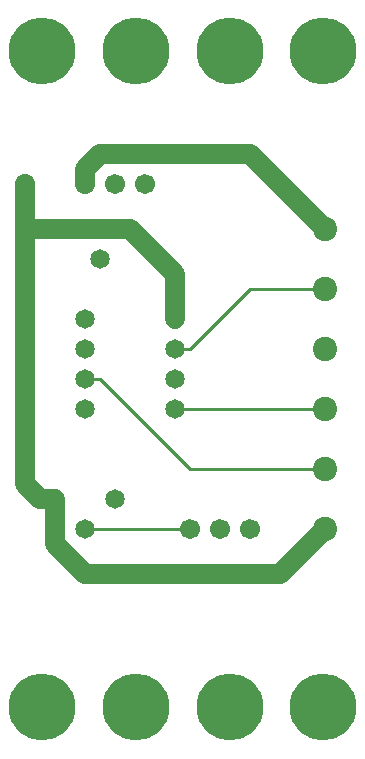
<source format=gbl>
%MOIN*%
%FSLAX25Y25*%
G04 D10 used for Character Trace; *
G04     Circle (OD=.01000) (No hole)*
G04 D11 used for Power Trace; *
G04     Circle (OD=.06700) (No hole)*
G04 D12 used for Signal Trace; *
G04     Circle (OD=.01100) (No hole)*
G04 D13 used for Via; *
G04     Circle (OD=.05800) (Round. Hole ID=.02800)*
G04 D14 used for Component hole; *
G04     Circle (OD=.06500) (Round. Hole ID=.03500)*
G04 D15 used for Component hole; *
G04     Circle (OD=.06700) (Round. Hole ID=.04300)*
G04 D16 used for Component hole; *
G04     Circle (OD=.08100) (Round. Hole ID=.05100)*
G04 D17 used for Component hole; *
G04     Circle (OD=.08900) (Round. Hole ID=.05900)*
G04 D18 used for Component hole; *
G04     Circle (OD=.11300) (Round. Hole ID=.08300)*
G04 D19 used for Component hole; *
G04     Circle (OD=.16000) (Round. Hole ID=.13000)*
G04 D20 used for Component hole; *
G04     Circle (OD=.18300) (Round. Hole ID=.15300)*
G04 D21 used for Component hole; *
G04     Circle (OD=.22291) (Round. Hole ID=.19291)*
%ADD10C,.01000*%
%ADD11C,.06700*%
%ADD12C,.01100*%
%ADD13C,.05800*%
%ADD14C,.06500*%
%ADD15C,.06700*%
%ADD16C,.08100*%
%ADD17C,.08900*%
%ADD18C,.11300*%
%ADD19C,.16000*%
%ADD20C,.18300*%
%ADD21C,.22291*%
%IPPOS*%
%LPD*%
G90*X0Y0D02*D21*X15625Y15625D03*X46875D03*D11*    
X30000Y60000D02*X95000D01*X110000Y75000D01*D16*   
D03*Y95000D03*D12*X65000D01*X35000Y125000D01*     
X30000D01*D14*D03*Y135000D03*Y115000D03*          
Y145000D03*X60000Y115000D03*D12*X110000D01*D16*   
D03*Y135000D03*D15*X75000Y75000D03*X85000D03*D16* 
X110000Y155000D03*D12*X85000D01*X65000Y135000D01* 
X60000D01*D14*D03*Y145000D03*D11*Y160000D01*      
X55000Y165000D01*D14*D03*D11*X45000Y175000D01*    
X10000D01*Y90000D01*X15000Y85000D01*X20000D01*D14*
D03*D11*Y70000D01*X30000Y60000D01*D14*Y75000D03*  
D12*X65000D01*D15*D03*D14*X40000Y85000D03*        
X60000Y125000D03*D21*X78125Y15625D03*X109375D03*  
D14*X35000Y165000D03*D16*X110000Y175000D03*D11*   
X85000Y200000D01*X35000D01*X30000Y195000D01*      
Y190000D01*D15*D03*X40000D03*X50000D03*X10000D03* 
D11*Y175000D01*D21*X46875Y234375D03*X15625D03*    
X78125D03*X109375D03*M02*                         

</source>
